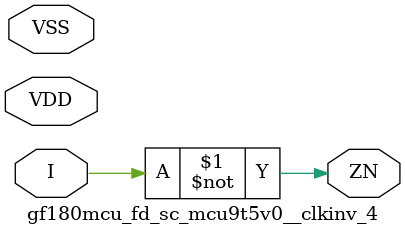
<source format=v>

module gf180mcu_fd_sc_mcu9t5v0__clkinv_4( I, ZN, VDD, VSS );
input I;
inout VDD, VSS;
output ZN;

	not MGM_BG_0( ZN, I );

endmodule

</source>
